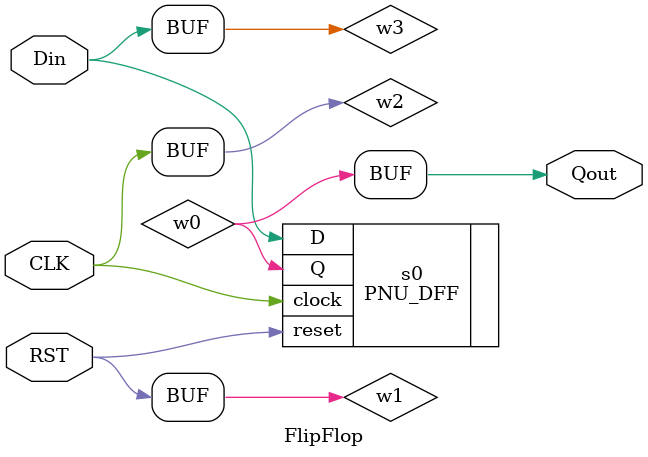
<source format=v>
module FlipFlop(Din,CLK,RST,Qout);

input Din;
input CLK;
input RST;
output Qout;

wire  w0;
wire  w1;
wire  w2;
wire  w3;

assign w3 = Din;
assign w2 = CLK;
assign w1 = RST;
assign Qout = w0;

PNU_DFF
     s0 (
      .Q(w0),
      .reset(w1),
      .clock(w2),
      .D(w3));

endmodule


</source>
